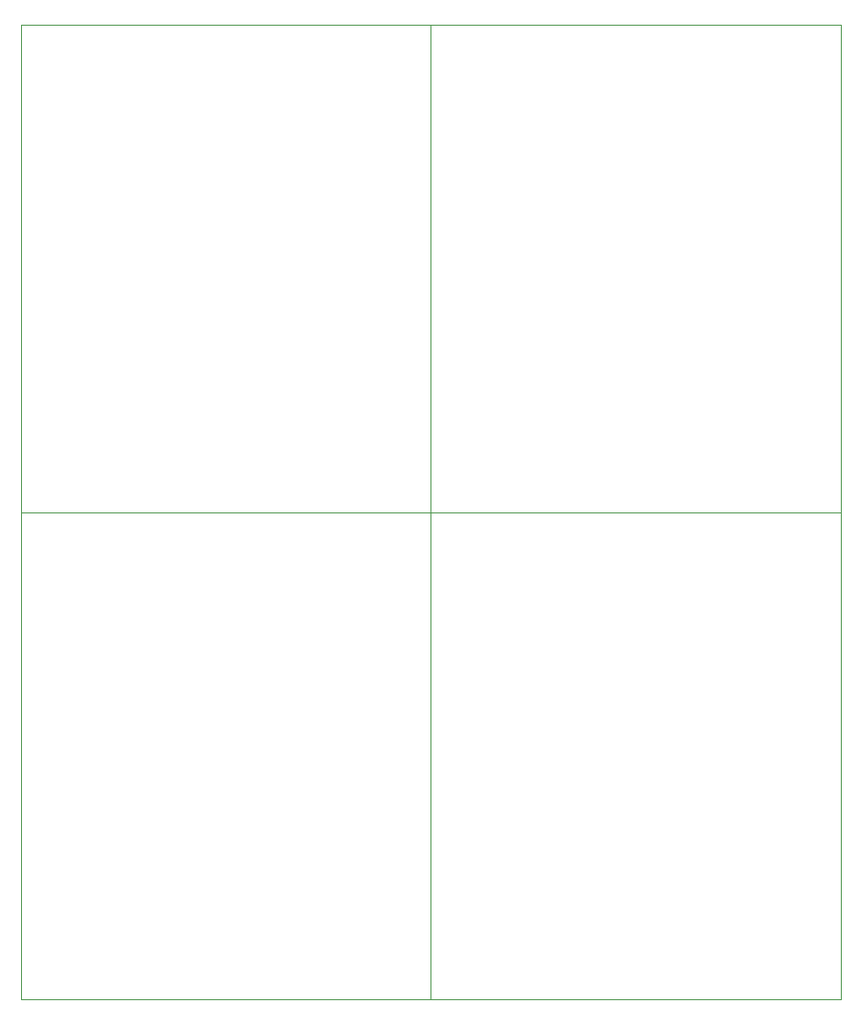
<source format=gbr>
G04 #@! TF.GenerationSoftware,KiCad,Pcbnew,5.1.5+dfsg1-2build2*
G04 #@! TF.CreationDate,2021-07-15T16:03:10-05:00*
G04 #@! TF.ProjectId,,58585858-5858-4585-9858-585858585858,rev?*
G04 #@! TF.SameCoordinates,Original*
G04 #@! TF.FileFunction,Profile,NP*
%FSLAX46Y46*%
G04 Gerber Fmt 4.6, Leading zero omitted, Abs format (unit mm)*
G04 Created by KiCad (PCBNEW 5.1.5+dfsg1-2build2) date 2021-07-15 16:03:10*
%MOMM*%
%LPD*%
G04 APERTURE LIST*
%ADD10C,0.050000*%
G04 APERTURE END LIST*
D10*
X128492000Y-102582000D02*
X166382000Y-102582000D01*
X90602000Y-102582000D02*
X128492000Y-102582000D01*
X128492000Y-57582000D02*
X166382000Y-57582000D01*
X166382000Y-102582000D02*
X166382000Y-147582000D01*
X128492000Y-102582000D02*
X128492000Y-147582000D01*
X166382000Y-57582000D02*
X166382000Y-102582000D01*
X128492000Y-102582000D02*
X128492000Y-147582000D01*
X90602000Y-102582000D02*
X90602000Y-147582000D01*
X128492000Y-57582000D02*
X128492000Y-102582000D01*
X128492000Y-147582000D02*
X166382000Y-147582000D01*
X90602000Y-147582000D02*
X128492000Y-147582000D01*
X128492000Y-102582000D02*
X166382000Y-102582000D01*
X128492000Y-57582000D02*
X128492000Y-102582000D01*
X90602000Y-57582000D02*
X90602000Y-102582000D01*
X90602000Y-102582000D02*
X128492000Y-102582000D01*
X90602000Y-57582000D02*
X128492000Y-57582000D01*
M02*

</source>
